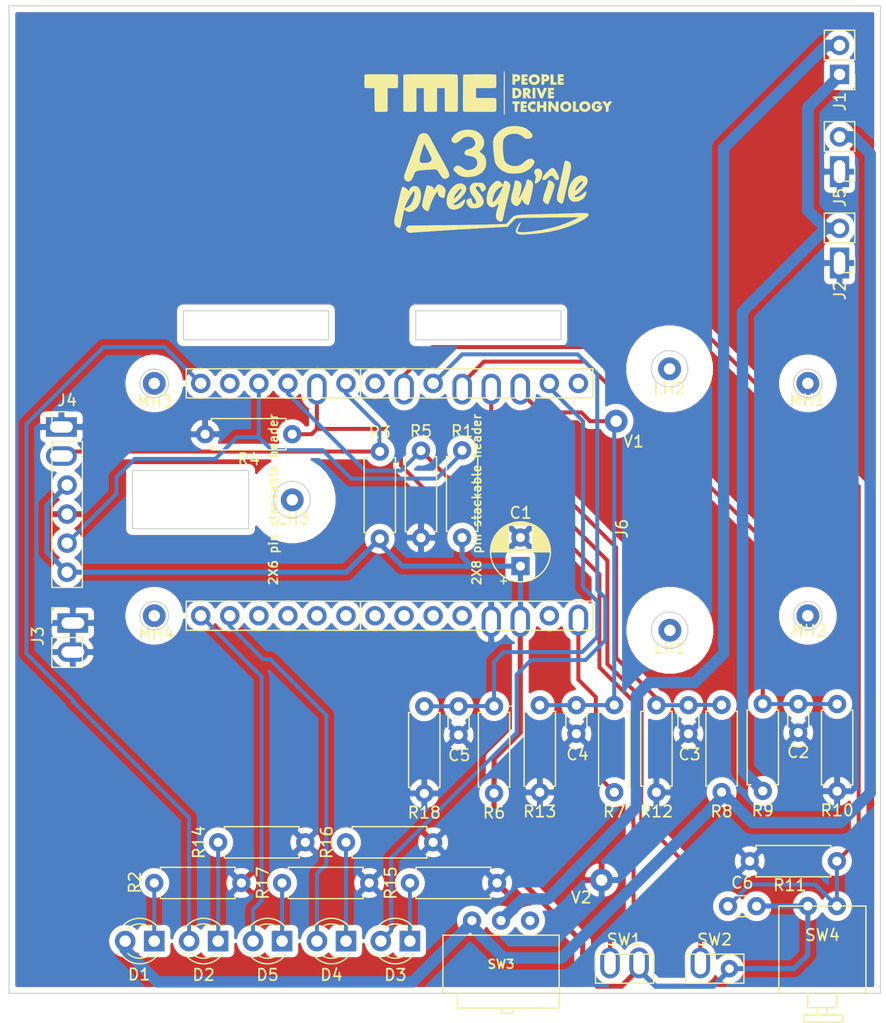
<source format=kicad_pcb>
(kicad_pcb (version 20171130) (host pcbnew 5.1.5-52549c5~86~ubuntu18.04.1)
  (title_block (title "routage e-p-wifi-shield") (date 2019-11-26) (rev 1.0) (company "A3C et TMC") (comment 1 "1ère version du shield, prototype 3") (comment 2 https://github.com/AIREL46/SCAO/tree/master/kicad/e-p-wifi-shield))
  (layers (0 F.Cu signal) (31 B.Cu signal) (34 B.Paste user) (35 F.Paste user) (36 B.SilkS user) (37 F.SilkS user) (38 B.Mask user) (39 F.Mask user) (44 Edge.Cuts user))
  (net 0 "")
  (net 1 +3V3)
  (net 2 GND)
  (net 3 "Net-(C2-Pad1)")
  (net 4 "Net-(C3-Pad1)")
  (net 5 "Net-(C4-Pad1)")
  (net 6 "Net-(C5-Pad1)")
  (net 7 "Net-(D1-Pad2)")
  (net 8 "Net-(D1-Pad1)")
  (net 9 "Net-(D2-Pad1)")
  (net 10 "Net-(D2-Pad2)")
  (net 11 "Net-(D3-Pad2)")
  (net 12 "Net-(D3-Pad1)")
  (net 13 "Net-(D4-Pad1)")
  (net 14 "Net-(D4-Pad2)")
  (net 15 "Net-(D5-Pad1)")
  (net 16 "Net-(D5-Pad2)")
  (net 17 "Net-(J1-Pad1)")
  (net 18 "Net-(J1-Pad2)")
  (net 19 "Net-(J4-Pad2)")
  (net 20 "Net-(J4-Pad5)")
  (net 21 "Net-(J6-PadAREF)")
  (net 22 "Net-(J6-PadVIN)")
  (net 23 "Net-(J6-PadRESET)")
  (net 24 "Net-(J6-PadTX)")
  (net 25 "Net-(J6-PadRX)")
  (net 26 "Net-(J6-PadSCL)")
  (net 27 "Net-(J6-PadA6)")
  (net 28 "Net-(J6-PadSDA)")
  (net 29 "Net-(J6-PadMISO)")
  (net 30 "Net-(J6-PadD1)")
  (net 31 "Net-(J6-PadSCK)")
  (net 32 "Net-(J6-PadD2)")
  (net 33 "Net-(J6-PadMOSI)")
  (net 34 "Net-(J6-PadD4)")
  (net 35 "Net-(J6-Pad+5V)")
  (net 36 "Net-(SW3-Pad1)")
  (net 37 "Net-(C6-Pad1)")
  (module e-p-wifi-v2:Via-DIY (layer F.Cu) (at 75.565 80.01)
    (fp_text reference LH1 (at 0 1.5494) (layer F.SilkS))
    (fp_text value Via-DIY)
    (pad 1 thru_hole oval (at 0 0) (size 2 2) (drill 1) (layers *.Cu *.Mask))
  )
  (module e-p-wifi-v2:Via-DIY (layer F.Cu) (at 75.5396 57.15)
    (fp_text reference LH2 (at -0.0254 1.7018) (layer F.SilkS))
    (fp_text value Via-DIY)
    (pad 1 thru_hole oval (at 0 0) (size 2 2) (drill 1) (layers *.Cu *.Mask))
  )
  (module e-p-wifi-v2:Via-DIY (layer F.Cu) (at 42.545 68.6054)
    (fp_text reference LH3 (at 0.127 1.651) (layer F.SilkS))
    (fp_text value Via-DIY)
    (pad 1 thru_hole oval (at 0 0) (size 2 2) (drill 1) (layers *.Cu *.Mask))
  )
  (module e-p-wifi-v2:Via-DIY (layer F.Cu) (at 30.48 58.42)
    (fp_text reference MH3 (at 0.0508 1.5748) (layer F.SilkS))
    (fp_text value Via-DIY)
    (pad 1 thru_hole oval (at 0 0) (size 2 2) (drill 1) (layers *.Cu *.Mask))
  )
  (module e-p-wifi-v2:Via-DIY (layer F.Cu) (at 30.48 78.74)
    (fp_text reference MH4 (at 0.1778 1.5494) (layer F.SilkS))
    (fp_text value Via-DIY)
    (pad 1 thru_hole oval (at 0 0) (size 2 2) (drill 1) (layers *.Cu *.Mask))
  )
  (module e-p-wifi-v2:Via-DIY (layer F.Cu) (at 87.63 78.74)
    (fp_text reference MH2 (at 0.0762 1.3208) (layer F.SilkS))
    (fp_text value Via-DIY)
    (pad 1 thru_hole oval (at 0 0) (size 2 2) (drill 1) (layers *.Cu *.Mask))
  )
  (module e-p-wifi-v2:Via-DIY (layer F.Cu) (at 87.63 58.42)
    (fp_text reference MH1 (at -0.0508 1.4478) (layer F.SilkS))
    (fp_text value Via-DIY)
    (pad 1 thru_hole oval (at 0 0) (size 2 2) (drill 1) (layers *.Cu *.Mask))
  )
  (module Connector_PinHeader_2.54mm:PinHeader_1x02_P2.54mm_Vertical (layer F.Cu) (at 22.86 79.375)
    (fp_text reference J3 (at -2.56 1.14 -90) (layer F.SilkS))
    (fp_text value "Masse T1")
    (pad 2 thru_hole oval (at 0.5 2.54) (size 2.7 1.7) (drill oval 2 1) (layers *.Cu *.Mask) (net 2 GND))
    (pad 1 thru_hole rect (at 0.5 0) (size 2.7 1.7) (drill oval 2 1) (layers *.Cu *.Mask) (net 2 GND))
  )
  (module Connector_PinHeader_2.54mm:PinHeader_1x02_P2.54mm_Vertical (layer F.Cu) (at 90.4 47.4 180)
    (fp_text reference J2 (at -0.024 -2.892 90) (layer F.SilkS))
    (fp_text value Vbat1)
    (pad 1 thru_hole rect (at 0 -0.5 180) (size 1.7 2.7) (drill oval 1 2) (layers *.Cu *.Mask) (net 2 GND))
    (pad 2 thru_hole oval (at 0 2.54 180) (size 1.7 1.7) (drill 1) (layers *.Cu *.Mask) (net 17 "Net-(J1-Pad1)"))
  )
  (module Connector_PinHeader_2.54mm:PinHeader_1x02_P2.54mm_Vertical (layer F.Cu) (at 90.4 39.4 180)
    (fp_text reference J5 (at -0.024 -2.764 90) (layer F.SilkS))
    (fp_text value Vbat2)
    (pad 2 thru_hole oval (at 0 2.54 180) (size 1.7 1.7) (drill 1) (layers *.Cu *.Mask) (net 7 "Net-(D1-Pad2)"))
    (pad 1 thru_hole rect (at 0 -0.5 180) (size 1.7 2.7) (drill oval 1 2) (layers *.Cu *.Mask) (net 2 GND))
  )
  (module e-p-wifi-v2:PinHeader_1x06_P2.54mm_Vertical_J4 (layer F.Cu) (at 22.86 62.23)
    (fp_text reference J4 (at 0 -2.33) (layer F.SilkS))
    (fp_text value Température)
    (pad 1 thru_hole rect (at -0.5 0) (size 2.7 1.7) (drill oval 2 1) (layers *.Cu *.Mask) (net 2 GND))
    (pad 2 thru_hole oval (at -0.5 2.54) (size 2.7 1.7) (drill oval 2 1) (layers *.Cu *.Mask) (net 19 "Net-(J4-Pad2)"))
    (pad 3 thru_hole oval (at 0 5.08) (size 1.7 1.7) (drill 1) (layers *.Cu *.Mask) (net 1 +3V3))
    (pad 4 thru_hole oval (at 0 7.62) (size 1.7 1.7) (drill 1) (layers *.Cu *.Mask) (net 2 GND))
    (pad 5 thru_hole oval (at 0 10.16) (size 1.7 1.7) (drill 1) (layers *.Cu *.Mask) (net 20 "Net-(J4-Pad5)"))
    (pad 6 thru_hole oval (at 0 12.7) (size 1.7 1.7) (drill 1) (layers *.Cu *.Mask) (net 1 +3V3))
  )
  (module e-p-wifi-v2:PinSocket_2x14_MKR1010_ov (layer F.Cu) (at 51.055 68.58 270)
    (fp_text reference J6 (at 2.54 -20.32 90) (layer F.SilkS))
    (fp_text value Conn_02x14_MKR1010)
    (fp_text user "2X6 pin stackable header" (at 0 10.16 90) (layer F.SilkS) (effects (font (size 0.762 0.762))))
    (fp_text user "2X8 pin stackable header" (at 0 -7.62 90) (layer F.SilkS) (effects (font (size 0.762 0.762))))
    (pad +5V thru_hole oval (at 10.541 -16.51 270) (size 2.7 1.7) (drill oval 2 1) (layers *.Cu *.Mask) (net 35 "Net-(J6-Pad+5V)"))
    (pad D5 thru_hole oval (at -10.16 16.51 270) (size 1.7 1.7) (drill 1) (layers *.Cu *.Mask) (net 10 "Net-(D2-Pad2)"))
    (pad D6 thru_hole oval (at 10.16 16.51 270) (size 1.7 1.7) (drill 1) (layers *.Cu *.Mask) (net 16 "Net-(D5-Pad2)"))
    (pad D4 thru_hole oval (at -10.16 13.97 270) (size 1.7 1.7) (drill 1) (layers *.Cu *.Mask) (net 34 "Net-(J6-PadD4)"))
    (pad D7 thru_hole oval (at 10.16 13.97 270) (size 1.7 1.7) (drill 1) (layers *.Cu *.Mask) (net 14 "Net-(D4-Pad2)"))
    (pad D3 thru_hole oval (at -10.16 11.43 270) (size 1.7 1.7) (drill 1) (layers *.Cu *.Mask) (net 20 "Net-(J4-Pad5)"))
    (pad MOSI thru_hole oval (at 10.16 11.43 270) (size 1.7 1.7) (drill 1) (layers *.Cu *.Mask) (net 33 "Net-(J6-PadMOSI)"))
    (pad D2 thru_hole oval (at -10.16 8.89 270) (size 1.7 1.7) (drill 1) (layers *.Cu *.Mask) (net 32 "Net-(J6-PadD2)"))
    (pad SCK thru_hole oval (at 10.16 8.89 270) (size 1.7 1.7) (drill 1) (layers *.Cu *.Mask) (net 31 "Net-(J6-PadSCK)"))
    (pad D1 thru_hole oval (at -9.66 6.35 270) (size 2.7 1.7) (drill oval 2 1) (layers *.Cu *.Mask) (net 30 "Net-(J6-PadD1)"))
    (pad MISO thru_hole oval (at 10.16 6.35 270) (size 1.7 1.7) (drill 1) (layers *.Cu *.Mask) (net 29 "Net-(J6-PadMISO)"))
    (pad D0 thru_hole oval (at -10.16 3.81 270) (size 1.7 1.7) (drill 1) (layers *.Cu *.Mask) (net 19 "Net-(J4-Pad2)"))
    (pad SDA thru_hole oval (at 10.16 3.81 270) (size 1.7 1.7) (drill 1) (layers *.Cu *.Mask) (net 28 "Net-(J6-PadSDA)"))
    (pad A6 thru_hole oval (at -10.16 1.27 270) (size 1.7 1.7) (drill 1) (layers *.Cu *.Mask) (net 27 "Net-(J6-PadA6)"))
    (pad SCL thru_hole oval (at 10.16 1.27 270) (size 1.7 1.7) (drill 1) (layers *.Cu *.Mask) (net 26 "Net-(J6-PadSCL)"))
    (pad A5 thru_hole oval (at -9.66 -1.27 270) (size 2.7 1.7) (drill oval 2 1) (layers *.Cu *.Mask) (net 37 "Net-(C6-Pad1)"))
    (pad RX thru_hole oval (at 10.16 -1.27 270) (size 1.7 1.7) (drill 1) (layers *.Cu *.Mask) (net 25 "Net-(J6-PadRX)"))
    (pad A4 thru_hole oval (at -10.16 -3.81 270) (size 1.7 1.7) (drill 1) (layers *.Cu *.Mask) (net 11 "Net-(D3-Pad2)"))
    (pad TX thru_hole oval (at 10.16 -3.81 270) (size 1.7 1.7) (drill 1) (layers *.Cu *.Mask) (net 24 "Net-(J6-PadTX)"))
    (pad A3 thru_hole oval (at -9.66 -6.35 270) (size 2.7 1.7) (drill oval 2 1) (layers *.Cu *.Mask) (net 3 "Net-(C2-Pad1)"))
    (pad RESET thru_hole oval (at 10.16 -6.35 270) (size 1.7 1.7) (drill 1) (layers *.Cu *.Mask) (net 23 "Net-(J6-PadRESET)"))
    (pad A2 thru_hole oval (at -9.66 -8.89 270) (size 2.7 1.7) (drill oval 2 1) (layers *.Cu *.Mask) (net 4 "Net-(C3-Pad1)"))
    (pad GND thru_hole oval (at 10.66 -8.89 270) (size 2.7 1.7) (drill oval 2 1) (layers *.Cu *.Mask) (net 2 GND))
    (pad A1 thru_hole oval (at -9.66 -11.43 270) (size 2.7 1.7) (drill oval 2 1) (layers *.Cu *.Mask) (net 5 "Net-(C4-Pad1)"))
    (pad +3V3 thru_hole oval (at 10.66 -11.43 270) (size 2.7 1.7) (drill oval 2 1) (layers *.Cu *.Mask) (net 1 +3V3))
    (pad A0 thru_hole oval (at -10.16 -13.97 270) (size 1.7 1.7) (drill oval 1) (layers *.Cu *.Mask) (net 6 "Net-(C5-Pad1)"))
    (pad VIN thru_hole oval (at 10.16 -13.97 270) (size 1.7 1.7) (drill 1) (layers *.Cu *.Mask) (net 22 "Net-(J6-PadVIN)"))
    (pad AREF thru_hole oval (at -10.16 -16.51 270) (size 1.7 1.7) (drill 1) (layers *.Cu *.Mask) (net 21 "Net-(J6-PadAREF)"))
  )
  (module e-p-wifi-v2:jumper-switch-sw1 (layer F.Cu) (at 71.6 109.6 180)
    (fp_text reference SW1 (at 0.0254 2.54) (layer F.SilkS))
    (fp_text value "StSp - Farnell 986-501")
    (pad 2 thru_hole oval (at 1.27 0.5 180) (size 1.7 2.7) (drill oval 1 2) (layers *.Cu *.Mask) (net 30 "Net-(J6-PadD1)"))
    (pad 1 thru_hole oval (at -1.27 0.5 180) (size 1.7 2.7) (drill oval 1 2) (layers *.Cu *.Mask) (net 1 +3V3))
  )
  (module e-p-wifi-v2:Via-DIY (layer F.Cu) (at 69.596 101.854)
    (fp_text reference V2 (at -1.778 1.524) (layer F.SilkS))
    (fp_text value Via-DIY)
    (pad 1 thru_hole oval (at 0 0) (size 2 2) (drill 1) (layers *.Cu *.Mask) (net 2 GND))
  )
  (module LED_THT:LED_D3.0mm (layer F.Cu) (at 47.244 107.188 180)
    (fp_text reference D4 (at 1.27 -2.96) (layer F.SilkS))
    (fp_text value Rouge)
    (pad 1 thru_hole rect (at 0 0 180) (size 1.8 1.8) (drill 1) (layers *.Cu *.Mask) (net 13 "Net-(D4-Pad1)"))
    (pad 2 thru_hole circle (at 2.54 0 180) (size 1.8 1.8) (drill 1) (layers *.Cu *.Mask) (net 14 "Net-(D4-Pad2)"))
  )
  (module LED_THT:LED_D3.0mm (layer F.Cu) (at 36.068 107.188 180)
    (fp_text reference D2 (at 1.27 -2.96) (layer F.SilkS))
    (fp_text value Vert)
    (pad 1 thru_hole rect (at 0 0 180) (size 1.8 1.8) (drill 1) (layers *.Cu *.Mask) (net 9 "Net-(D2-Pad1)"))
    (pad 2 thru_hole circle (at 2.54 0 180) (size 1.8 1.8) (drill 1) (layers *.Cu *.Mask) (net 10 "Net-(D2-Pad2)"))
  )
  (module e-p-wifi-v2:switch (layer F.Cu) (at 60.8 105.4)
    (fp_text reference SW3 (at 0 3.81) (layer F.SilkS) (effects (font (size 0.762 0.762))))
    (fp_text value "Conrad 711771")
    (pad 2 thru_hole circle (at 0 0) (size 1.6 1.6) (drill 0.8) (layers *.Cu *.Mask) (net 18 "Net-(J1-Pad2)"))
    (pad 3 thru_hole circle (at -2.54 0) (size 1.6 1.6) (drill 0.8) (layers *.Cu *.Mask) (net 7 "Net-(D1-Pad2)"))
    (pad 1 thru_hole circle (at 2.54 0) (size 1.6 1.6) (drill 0.8) (layers *.Cu *.Mask) (net 36 "Net-(SW3-Pad1)"))
  )
  (module LED_THT:LED_D3.0mm (layer F.Cu) (at 30.48 107.188 180)
    (fp_text reference D1 (at 1.325 -2.925) (layer F.SilkS))
    (fp_text value vert)
    (pad 2 thru_hole circle (at 2.54 0 180) (size 1.8 1.8) (drill 1) (layers *.Cu *.Mask) (net 7 "Net-(D1-Pad2)"))
    (pad 1 thru_hole rect (at 0 0 180) (size 1.8 1.8) (drill 1) (layers *.Cu *.Mask) (net 8 "Net-(D1-Pad1)"))
  )
  (module Capacitor_THT:C_Disc_D3.0mm_W1.6mm_P2.50mm (layer F.Cu) (at 77.19 86.56 270)
    (fp_text reference C3 (at 4.3 -0.1 180) (layer F.SilkS))
    (fp_text value 0.1mF)
    (pad 2 thru_hole circle (at 2.5 0 270) (size 1.6 1.6) (drill 0.8) (layers *.Cu *.Mask) (net 2 GND))
    (pad 1 thru_hole circle (at 0 0 270) (size 1.6 1.6) (drill 0.8) (layers *.Cu *.Mask) (net 4 "Net-(C3-Pad1)"))
  )
  (module Connector_PinHeader_2.54mm:PinHeader_1x02_P2.54mm_Vertical (layer F.Cu) (at 90.4 31.4 180)
    (fp_text reference J1 (at -0.024 -2.382 270) (layer F.SilkS))
    (fp_text value Shunt)
    (pad 1 thru_hole rect (at 0 0 180) (size 1.7 1.7) (drill 1) (layers *.Cu *.Mask) (net 17 "Net-(J1-Pad1)"))
    (pad 2 thru_hole oval (at 0 2.54 180) (size 1.7 1.7) (drill 1) (layers *.Cu *.Mask) (net 18 "Net-(J1-Pad2)"))
  )
  (module Capacitor_THT:CP_Radial_D5.0mm_P2.50mm (layer F.Cu) (at 62.5 74.4 90)
    (fp_text reference C1 (at 4.66 0.02) (layer F.SilkS))
    (fp_text value 4.7µF)
    (pad 1 thru_hole rect (at 0 0 90) (size 1.6 1.6) (drill 0.8) (layers *.Cu *.Mask) (net 1 +3V3))
    (pad 2 thru_hole circle (at 2.5 0 90) (size 1.6 1.6) (drill 0.8) (layers *.Cu *.Mask) (net 2 GND))
  )
  (module logo:tmc-logo-1200dpi (layer F.Cu) (at 59.69 33.02)
    (fp_text reference G*** hide)
    (fp_text value LOGO hide)
  )
  (module Capacitor_THT:C_Disc_D3.0mm_W1.6mm_P2.50mm (layer F.Cu) (at 86.79 86.46 270)
    (fp_text reference C2 (at 4.2 0 180) (layer F.SilkS))
    (fp_text value 0.1mF)
    (pad 1 thru_hole circle (at 0 0 270) (size 1.6 1.6) (drill 0.8) (layers *.Cu *.Mask) (net 3 "Net-(C2-Pad1)"))
    (pad 2 thru_hole circle (at 2.5 0 270) (size 1.6 1.6) (drill 0.8) (layers *.Cu *.Mask) (net 2 GND))
  )
  (module Capacitor_THT:C_Disc_D3.0mm_W1.6mm_P2.50mm (layer F.Cu) (at 67.39 86.56 270)
    (fp_text reference C4 (at 4.3 -0.1 180) (layer F.SilkS))
    (fp_text value 0.1mF)
    (pad 1 thru_hole circle (at 0 0 270) (size 1.6 1.6) (drill 0.8) (layers *.Cu *.Mask) (net 5 "Net-(C4-Pad1)"))
    (pad 2 thru_hole circle (at 2.5 0 270) (size 1.6 1.6) (drill 0.8) (layers *.Cu *.Mask) (net 2 GND))
  )
  (module LED_THT:LED_D3.0mm (layer F.Cu) (at 41.656 107.188 180)
    (fp_text reference D5 (at 1.27 -2.96) (layer F.SilkS))
    (fp_text value Jaune)
    (pad 1 thru_hole rect (at 0 0 180) (size 1.8 1.8) (drill 1) (layers *.Cu *.Mask) (net 15 "Net-(D5-Pad1)"))
    (pad 2 thru_hole circle (at 2.54 0 180) (size 1.8 1.8) (drill 1) (layers *.Cu *.Mask) (net 16 "Net-(D5-Pad2)"))
  )
  (module Capacitor_THT:C_Disc_D3.0mm_W1.6mm_P2.50mm (layer F.Cu) (at 57.09 86.66 270)
    (fp_text reference C5 (at 4.272 -0.06 180) (layer F.SilkS))
    (fp_text value 0.1mF)
    (pad 2 thru_hole circle (at 2.5 0 270) (size 1.6 1.6) (drill 0.8) (layers *.Cu *.Mask) (net 2 GND))
    (pad 1 thru_hole circle (at 0 0 270) (size 1.6 1.6) (drill 0.8) (layers *.Cu *.Mask) (net 6 "Net-(C5-Pad1)"))
  )
  (module logo:a3c-logo-500dpi (layer F.Cu) (at 59.69 40.64)
    (fp_text reference G*** hide)
    (fp_text value LOGO hide)
  )
  (module LED_THT:LED_D3.0mm (layer F.Cu) (at 52.832 107.188 180)
    (fp_text reference D3 (at 1.27 -2.96) (layer F.SilkS))
    (fp_text value bleu)
    (pad 2 thru_hole circle (at 2.54 0 180) (size 1.8 1.8) (drill 1) (layers *.Cu *.Mask) (net 11 "Net-(D3-Pad2)"))
    (pad 1 thru_hole rect (at 0 0 180) (size 1.8 1.8) (drill 1) (layers *.Cu *.Mask) (net 12 "Net-(D3-Pad1)"))
  )
  (module Resistor_THT:R_Axial_DIN0207_L6.3mm_D2.5mm_P7.62mm_Horizontal (layer F.Cu) (at 50.2 72 90)
    (fp_text reference R3 (at 9.3 0 180) (layer F.SilkS))
    (fp_text value 4.7k)
    (pad 1 thru_hole circle (at 0 0 90) (size 1.6 1.6) (drill 0.8) (layers *.Cu *.Mask) (net 1 +3V3))
    (pad 2 thru_hole oval (at 7.62 0 90) (size 1.6 1.6) (drill 0.8) (layers *.Cu *.Mask) (net 19 "Net-(J4-Pad2)"))
  )
  (module Resistor_THT:R_Axial_DIN0207_L6.3mm_D2.5mm_P7.62mm_Horizontal (layer F.Cu) (at 90.19 86.46 270)
    (fp_text reference R10 (at 9.3 0 180) (layer F.SilkS))
    (fp_text value 4.7k)
    (pad 2 thru_hole oval (at 7.62 0 270) (size 1.6 1.6) (drill 0.8) (layers *.Cu *.Mask) (net 2 GND))
    (pad 1 thru_hole circle (at 0 0 270) (size 1.6 1.6) (drill 0.8) (layers *.Cu *.Mask) (net 3 "Net-(C2-Pad1)"))
  )
  (module Resistor_THT:R_Axial_DIN0207_L6.3mm_D2.5mm_P7.62mm_Horizontal (layer F.Cu) (at 64.19 86.56 270)
    (fp_text reference R13 (at 9.3 0) (layer F.SilkS))
    (fp_text value 4.7k)
    (pad 2 thru_hole oval (at 7.62 0 270) (size 1.6 1.6) (drill 0.8) (layers *.Cu *.Mask) (net 2 GND))
    (pad 1 thru_hole circle (at 0 0 270) (size 1.6 1.6) (drill 0.8) (layers *.Cu *.Mask) (net 5 "Net-(C4-Pad1)"))
  )
  (module Resistor_THT:R_Axial_DIN0207_L6.3mm_D2.5mm_P7.62mm_Horizontal (layer F.Cu) (at 53.8 64.3 270)
    (fp_text reference R5 (at -1.7 0 180) (layer F.SilkS))
    (fp_text value 47k)
    (pad 1 thru_hole circle (at 0 0 270) (size 1.6 1.6) (drill 0.8) (layers *.Cu *.Mask) (net 32 "Net-(J6-PadD2)"))
    (pad 2 thru_hole oval (at 7.62 0 270) (size 1.6 1.6) (drill 0.8) (layers *.Cu *.Mask) (net 2 GND))
  )
  (module Resistor_THT:R_Axial_DIN0207_L6.3mm_D2.5mm_P7.62mm_Horizontal (layer F.Cu) (at 43.688 98.552 180)
    (fp_text reference R14 (at 9.3 0 270) (layer F.SilkS))
    (fp_text value 1K)
    (pad 2 thru_hole oval (at 7.62 0 180) (size 1.6 1.6) (drill 0.8) (layers *.Cu *.Mask) (net 9 "Net-(D2-Pad1)"))
    (pad 1 thru_hole circle (at 0 0 180) (size 1.6 1.6) (drill 0.8) (layers *.Cu *.Mask) (net 2 GND))
  )
  (module Resistor_THT:R_Axial_DIN0207_L6.3mm_D2.5mm_P7.62mm_Horizontal (layer F.Cu) (at 60.19 94.26 90)
    (fp_text reference R6 (at -1.7 0 180) (layer F.SilkS))
    (fp_text value 4.7k)
    (pad 2 thru_hole oval (at 7.62 0 90) (size 1.6 1.6) (drill 0.8) (layers *.Cu *.Mask) (net 6 "Net-(C5-Pad1)"))
    (pad 1 thru_hole circle (at 0 0 90) (size 1.6 1.6) (drill 0.8) (layers *.Cu *.Mask) (net 1 +3V3))
  )
  (module Resistor_THT:R_Axial_DIN0207_L6.3mm_D2.5mm_P7.62mm_Horizontal (layer F.Cu) (at 70.7 94.17 90)
    (fp_text reference R7 (at -1.7 0 180) (layer F.SilkS))
    (fp_text value 4.7k)
    (pad 1 thru_hole circle (at 0 0 90) (size 1.6 1.6) (drill 0.8) (layers *.Cu *.Mask) (net 35 "Net-(J6-Pad+5V)"))
    (pad 2 thru_hole oval (at 7.62 0 90) (size 1.6 1.6) (drill 0.8) (layers *.Cu *.Mask) (net 5 "Net-(C4-Pad1)"))
  )
  (module Resistor_THT:R_Axial_DIN0207_L6.3mm_D2.5mm_P7.62mm_Horizontal (layer F.Cu) (at 60.452 102.108 180)
    (fp_text reference R15 (at 9.3 0 270) (layer F.SilkS))
    (fp_text value 1K)
    (pad 1 thru_hole circle (at 0 0 180) (size 1.6 1.6) (drill 0.8) (layers *.Cu *.Mask) (net 2 GND))
    (pad 2 thru_hole oval (at 7.62 0 180) (size 1.6 1.6) (drill 0.8) (layers *.Cu *.Mask) (net 12 "Net-(D3-Pad1)"))
  )
  (module Resistor_THT:R_Axial_DIN0207_L6.3mm_D2.5mm_P7.62mm_Horizontal (layer F.Cu) (at 74.39 86.56 270)
    (fp_text reference R12 (at 9.3 0 180) (layer F.SilkS))
    (fp_text value 4.7k)
    (pad 1 thru_hole circle (at 0 0 270) (size 1.6 1.6) (drill 0.8) (layers *.Cu *.Mask) (net 4 "Net-(C3-Pad1)"))
    (pad 2 thru_hole oval (at 7.62 0 270) (size 1.6 1.6) (drill 0.8) (layers *.Cu *.Mask) (net 2 GND))
  )
  (module Resistor_THT:R_Axial_DIN0207_L6.3mm_D2.5mm_P7.62mm_Horizontal (layer F.Cu) (at 54.864 98.552 180)
    (fp_text reference R16 (at 9.3 0 270) (layer F.SilkS))
    (fp_text value 1K)
    (pad 2 thru_hole oval (at 7.62 0 180) (size 1.6 1.6) (drill 0.8) (layers *.Cu *.Mask) (net 13 "Net-(D4-Pad1)"))
    (pad 1 thru_hole circle (at 0 0 180) (size 1.6 1.6) (drill 0.8) (layers *.Cu *.Mask) (net 2 GND))
  )
  (module Resistor_THT:R_Axial_DIN0207_L6.3mm_D2.5mm_P7.62mm_Horizontal (layer F.Cu) (at 49.276 102.108 180)
    (fp_text reference R17 (at 9.3 0 270) (layer F.SilkS))
    (fp_text value 1K)
    (pad 1 thru_hole circle (at 0 0 180) (size 1.6 1.6) (drill 0.8) (layers *.Cu *.Mask) (net 2 GND))
    (pad 2 thru_hole oval (at 7.62 0 180) (size 1.6 1.6) (drill 0.8) (layers *.Cu *.Mask) (net 15 "Net-(D5-Pad1)"))
  )
  (module Resistor_THT:R_Axial_DIN0207_L6.3mm_D2.5mm_P7.62mm_Horizontal (layer F.Cu) (at 82.55 100.2)
    (fp_text reference R11 (at 3.5 2.1 180) (layer F.SilkS))
    (fp_text value 47k)
    (pad 2 thru_hole oval (at 7.62 0) (size 1.6 1.6) (drill 0.8) (layers *.Cu *.Mask) (net 37 "Net-(C6-Pad1)"))
    (pad 1 thru_hole circle (at 0 0) (size 1.6 1.6) (drill 0.8) (layers *.Cu *.Mask) (net 2 GND))
  )
  (module Resistor_THT:R_Axial_DIN0207_L6.3mm_D2.5mm_P7.62mm_Horizontal (layer F.Cu) (at 80.09 94.16 90)
    (fp_text reference R8 (at -1.7 0 180) (layer F.SilkS))
    (fp_text value 4.7k)
    (pad 2 thru_hole oval (at 7.62 0 90) (size 1.6 1.6) (drill 0.8) (layers *.Cu *.Mask) (net 4 "Net-(C3-Pad1)"))
    (pad 1 thru_hole circle (at 0 0 90) (size 1.6 1.6) (drill 0.8) (layers *.Cu *.Mask) (net 7 "Net-(D1-Pad2)"))
  )
  (module Resistor_THT:R_Axial_DIN0207_L6.3mm_D2.5mm_P7.62mm_Horizontal (layer F.Cu) (at 57.4 71.9 90)
    (fp_text reference R1 (at 9.3 0 180) (layer F.SilkS))
    (fp_text value 4.7k)
    (pad 1 thru_hole circle (at 0 0 90) (size 1.6 1.6) (drill 0.8) (layers *.Cu *.Mask) (net 1 +3V3))
    (pad 2 thru_hole oval (at 7.62 0 90) (size 1.6 1.6) (drill 0.8) (layers *.Cu *.Mask) (net 20 "Net-(J4-Pad5)"))
  )
  (module Resistor_THT:R_Axial_DIN0207_L6.3mm_D2.5mm_P7.62mm_Horizontal (layer F.Cu) (at 38.1 102.108 180)
    (fp_text reference R2 (at 9.32 0.05 90) (layer F.SilkS))
    (fp_text value 1K)
    (pad 2 thru_hole oval (at 7.62 0 180) (size 1.6 1.6) (drill 0.8) (layers *.Cu *.Mask) (net 8 "Net-(D1-Pad1)"))
    (pad 1 thru_hole circle (at 0 0 180) (size 1.6 1.6) (drill 0.8) (layers *.Cu *.Mask) (net 2 GND))
  )
  (module Resistor_THT:R_Axial_DIN0207_L6.3mm_D2.5mm_P7.62mm_Horizontal (layer F.Cu) (at 42.545 62.865 180)
    (fp_text reference R4 (at 3.8 -2.2) (layer F.SilkS))
    (fp_text value 47k)
    (pad 2 thru_hole oval (at 7.62 0 180) (size 1.6 1.6) (drill 0.8) (layers *.Cu *.Mask) (net 2 GND))
    (pad 1 thru_hole circle (at 0 0 180) (size 1.6 1.6) (drill 0.8) (layers *.Cu *.Mask) (net 30 "Net-(J6-PadD1)"))
  )
  (module Resistor_THT:R_Axial_DIN0207_L6.3mm_D2.5mm_P7.62mm_Horizontal (layer F.Cu) (at 83.69 94.06 90)
    (fp_text reference R9 (at -1.7 0 180) (layer F.SilkS))
    (fp_text value 4.7k)
    (pad 1 thru_hole circle (at 0 0 90) (size 1.6 1.6) (drill 0.8) (layers *.Cu *.Mask) (net 17 "Net-(J1-Pad1)"))
    (pad 2 thru_hole oval (at 7.62 0 90) (size 1.6 1.6) (drill 0.8) (layers *.Cu *.Mask) (net 3 "Net-(C2-Pad1)"))
  )
  (module Resistor_THT:R_Axial_DIN0207_L6.3mm_D2.5mm_P7.62mm_Horizontal (layer F.Cu) (at 54.09 86.66 270)
    (fp_text reference R18 (at 9.3 0 180) (layer F.SilkS))
    (fp_text value 4.7k)
    (pad 1 thru_hole circle (at 0 0 270) (size 1.6 1.6) (drill 0.8) (layers *.Cu *.Mask) (net 6 "Net-(C5-Pad1)"))
    (pad 2 thru_hole oval (at 7.62 0 270) (size 1.6 1.6) (drill 0.8) (layers *.Cu *.Mask) (net 2 GND))
  )
  (module e-p-wifi-v2:BP (layer F.Cu) (at 88.9 104.125)
    (fp_text reference SW4 (at 0 2.54) (layer F.SilkS))
    (fp_text value "BP APEM - Farnell 108-2512")
    (pad 1 thru_hole circle (at -1.27 0) (size 1.6 1.6) (drill 0.8) (layers *.Cu *.Mask) (net 1 +3V3))
    (pad 2 thru_hole circle (at 1.27 0) (size 1.6 1.6) (drill 0.8) (layers *.Cu *.Mask) (net 37 "Net-(C6-Pad1)"))
  )
  (module Capacitor_THT:C_Disc_D3.0mm_W1.6mm_P2.50mm (layer F.Cu) (at 80.645 104.14)
    (fp_text reference C6 (at 1.25 -2.05) (layer F.SilkS))
    (fp_text value 0.1mF)
    (pad 1 thru_hole circle (at 0 0) (size 1.6 1.6) (drill 0.8) (layers *.Cu *.Mask) (net 37 "Net-(C6-Pad1)"))
    (pad 2 thru_hole circle (at 2.5 0) (size 1.6 1.6) (drill 0.8) (layers *.Cu *.Mask) (net 1 +3V3))
  )
  (module e-p-wifi-v2:Via-DIY (layer F.Cu) (at 70.866 61.722)
    (fp_text reference V1 (at 1.524 1.778) (layer F.SilkS))
    (fp_text value Via)
    (pad 1 thru_hole oval (at 0 0) (size 2 2) (drill 1) (layers *.Cu *.Mask) (net 5 "Net-(C4-Pad1)"))
  )
  (module e-p-wifi-v2:jumper-switch-sw2 (layer F.Cu) (at 79.5 109.6 180)
    (fp_text reference SW2 (at 0.0254 2.54) (layer F.SilkS))
    (fp_text value "Sleep - Farnell 986-501")
    (pad 1 thru_hole circle (at -1.27 0 180) (size 1.524 1.524) (drill 0.762) (layers *.Cu *.Mask) (net 1 +3V3))
    (pad 2 thru_hole oval (at 1.27 0.5 180) (size 1.7 2.7) (drill oval 1 2) (layers *.Cu *.Mask) (net 32 "Net-(J6-PadD2)"))
  )
  (gr_circle (center 30.48 78.74) (end 31.73 78.74) (layer Edge.Cuts) (width 0.1))
  (gr_line (start 17.78 25.4) (end 25.4 25.4) (layer Edge.Cuts) (width 0.1))
  (gr_line (start 17.78 111.76) (end 17.78 25.4) (layer Edge.Cuts) (width 0.1))
  (gr_line (start 17.78 111.76) (end 25.4 111.76) (layer Edge.Cuts) (width 0.1))
  (gr_line (start 28.575 66.04) (end 28.575 71.12) (layer Edge.Cuts) (width 0.1))
  (gr_line (start 38.735 66.04) (end 28.575 66.04) (layer Edge.Cuts) (width 0.1))
  (gr_line (start 38.735 71.12) (end 38.735 66.04) (layer Edge.Cuts) (width 0.1))
  (gr_line (start 28.575 71.12) (end 38.735 71.12) (layer Edge.Cuts) (width 0.1))
  (gr_circle (center 42.5196 68.58) (end 44.1196 68.58) (layer Edge.Cuts) (width 0.1))
  (gr_circle (center 30.48 58.42) (end 31.73 58.42) (layer Edge.Cuts) (width 0.1))
  (gr_circle (center 87.63 58.42) (end 88.88 58.42) (layer Edge.Cuts) (width 0.1))
  (gr_circle (center 75.5396 57.15) (end 77.1396 57.15) (layer Edge.Cuts) (width 0.1))
  (gr_circle (center 75.5396 80.01) (end 77.1396 80.01) (layer Edge.Cuts) (width 0.1))
  (gr_circle (center 87.63 78.74) (end 88.88 78.74) (layer Edge.Cuts) (width 0.1))
  (gr_line (start 45.726 52.07) (end 45.726 54.61) (layer Edge.Cuts) (width 0.1))
  (gr_line (start 33.026 52.07) (end 33.026 54.61) (layer Edge.Cuts) (width 0.1))
  (gr_line (start 33.026 52.07) (end 45.726 52.07) (layer Edge.Cuts) (width 0.1))
  (gr_line (start 33.026 54.61) (end 45.726 54.61) (layer Edge.Cuts) (width 0.1))
  (gr_line (start 53.34 54.61) (end 53.34 52.07) (layer Edge.Cuts) (width 0.1))
  (gr_line (start 66.04 52.07) (end 66.04 54.61) (layer Edge.Cuts) (width 0.1))
  (gr_line (start 53.34 52.07) (end 66.04 52.07) (layer Edge.Cuts) (width 0.1))
  (gr_line (start 53.34 54.61) (end 66.04 54.61) (layer Edge.Cuts) (width 0.1))
  (gr_line (start 25.4 111.76) (end 93.98 111.76) (layer Edge.Cuts) (width 0.1))
  (gr_line (start 93.98 25.4) (end 93.98 111.76) (layer Edge.Cuts) (width 0.1))
  (gr_line (start 25.4 25.4) (end 93.98 25.4) (layer Edge.Cuts) (width 0.1))
  (gr_text e-p-wifi-shield (at 59.69 27.94) (layer F.Cu) (effects (font (size 1.5 1.5) (thickness 0.3))))
  (segment (start 87.63 108.3818) (end 87.63 104.125) (width 0.45) (layer B.Cu) (net 1))
  (segment (start 80.77 109.6) (end 86.4118 109.6) (width 0.45) (layer B.Cu) (net 1))
  (segment (start 86.4118 109.6) (end 87.63 108.3818) (width 0.45) (layer B.Cu) (net 1))
  (segment (start 60.17703 94.27297) (end 60.19 94.26) (width 0.45) (layer F.Cu) (net 1))
  (segment (start 62.5 78.725) (end 62.485 78.74) (width 0.45) (layer B.Cu) (net 1))
  (segment (start 62.5 74.4) (end 62.5 78.725) (width 0.45) (layer B.Cu) (net 1))
  (segment (start 57.4 73.56202) (end 57.4 71.9) (width 0.45) (layer B.Cu) (net 1))
  (segment (start 62.5 74.4) (end 58.23798 74.4) (width 0.45) (layer B.Cu) (net 1))
  (segment (start 58.23798 74.4) (end 57.4 73.56202) (width 0.45) (layer B.Cu) (net 1))
  (segment (start 60.2 91.225) (end 62.485 88.94) (width 0.45) (layer F.Cu) (net 1))
  (segment (start 60.2 93.11863) (end 60.2 91.225) (width 0.45) (layer F.Cu) (net 1))
  (segment (start 60.19 94.26) (end 60.19 93.12863) (width 0.45) (layer F.Cu) (net 1))
  (segment (start 60.19 93.12863) (end 60.2 93.11863) (width 0.45) (layer F.Cu) (net 1))
  (segment (start 62.485 88.94) (end 62.485 78.74) (width 0.45) (layer F.Cu) (net 1))
  (segment (start 72.108001 110.361999) (end 72.87 109.6) (width 0.45) (layer F.Cu) (net 1))
  (segment (start 60.19 99.56) (end 67.945 107.315) (width 0.45) (layer F.Cu) (net 1))
  (segment (start 60.19 94.26) (end 60.19 99.56) (width 0.45) (layer F.Cu) (net 1))
  (segment (start 67.945 107.315) (end 67.945 109.860134) (width 0.45) (layer F.Cu) (net 1))
  (segment (start 71.345 111.125) (end 72.108001 110.361999) (width 0.45) (layer F.Cu) (net 1))
  (segment (start 67.945 109.860134) (end 69.209866 111.125) (width 0.45) (layer F.Cu) (net 1))
  (segment (start 69.209866 111.125) (end 71.345 111.125) (width 0.45) (layer F.Cu) (net 1))
  (segment (start 83.16 104.125) (end 83.145 104.14) (width 0.45) (layer B.Cu) (net 1))
  (segment (start 87.63 104.125) (end 83.16 104.125) (width 0.45) (layer B.Cu) (net 1))
  (segment (start 50.2 72.425) (end 50.2 72) (width 0.45) (layer B.Cu) (net 1))
  (segment (start 58.23798 74.4) (end 52.175 74.4) (width 0.45) (layer B.Cu) (net 1))
  (segment (start 52.175 74.4) (end 50.2 72.425) (width 0.45) (layer B.Cu) (net 1))
  (segment (start 74.30499 111.13499) (end 72.87 109.7) (width 0.45) (layer B.Cu) (net 1))
  (segment (start 79.36501 111.13499) (end 74.30499 111.13499) (width 0.45) (layer B.Cu) (net 1))
  (segment (start 72.87 109.7) (end 72.87 109.6) (width 0.45) (layer B.Cu) (net 1))
  (segment (start 80.77 109.6) (end 80.77 109.73) (width 0.45) (layer B.Cu) (net 1))
  (segment (start 80.77 109.73) (end 79.36501 111.13499) (width 0.45) (layer B.Cu) (net 1))
  (segment (start 47.27 74.93) (end 50.2 72) (width 0.45) (layer B.Cu) (net 1))
  (segment (start 41.275 74.93) (end 47.27 74.93) (width 0.45) (layer B.Cu) (net 1))
  (segment (start 41.275 74.93) (end 22.86 74.93) (width 0.45) (layer B.Cu) (net 1))
  (segment (start 40.785 74.93) (end 41.275 74.93) (width 0.45) (layer B.Cu) (net 1))
  (segment (start 22.86 67.31) (end 21.082 69.088) (width 0.45) (layer B.Cu) (net 1))
  (segment (start 22.010001 74.080001) (end 22.86 74.93) (width 0.45) (layer B.Cu) (net 1))
  (segment (start 21.082 73.152) (end 22.010001 74.080001) (width 0.45) (layer B.Cu) (net 1))
  (segment (start 21.082 69.088) (end 21.082 73.152) (width 0.45) (layer B.Cu) (net 1))
  (segment (start 90.19 86.46) (end 86.79 86.46) (width 0.35) (layer B.Cu) (net 3))
  (segment (start 83.71 86.46) (end 83.69 86.44) (width 0.35) (layer B.Cu) (net 3))
  (segment (start 86.79 86.46) (end 83.71 86.46) (width 0.35) (layer B.Cu) (net 3))
  (segment (start 83.69 85.30863) (end 83.69 86.44) (width 0.35) (layer F.Cu) (net 3))
  (segment (start 59.31 56.515) (end 58.254999 57.570001) (width 0.35) (layer F.Cu) (net 3))
  (segment (start 68.137501 56.515) (end 59.31 56.515) (width 0.35) (layer F.Cu) (net 3))
  (segment (start 83.69 86.44) (end 83.69 72.067499) (width 0.35) (layer F.Cu) (net 3))
  (segment (start 58.254999 57.570001) (end 57.405 58.42) (width 0.35) (layer F.Cu) (net 3))
  (segment (start 83.69 72.067499) (end 68.137501 56.515) (width 0.35) (layer F.Cu) (net 3))
  (segment (start 77.21 86.54) (end 77.19 86.56) (width 0.35) (layer B.Cu) (net 4))
  (segment (start 80.09 86.54) (end 77.21 86.54) (width 0.35) (layer B.Cu) (net 4))
  (segment (start 77.19 86.56) (end 74.39 86.56) (width 0.35) (layer B.Cu) (net 4))
  (segment (start 74.39 85.941815) (end 74.39 86.56) (width 0.35) (layer F.Cu) (net 4))
  (segment (start 59.945 63.585) (end 61.765 65.405) (width 0.35) (layer F.Cu) (net 4))
  (segment (start 70.866 82.417815) (end 74.39 85.941815) (width 0.35) (layer F.Cu) (net 4))
  (segment (start 59.945 58.42) (end 59.945 63.585) (width 0.35) (layer F.Cu) (net 4))
  (segment (start 61.765 65.405) (end 63.5 65.405) (width 0.35) (layer F.Cu) (net 4))
  (segment (start 63.5 65.405) (end 70.866 72.771) (width 0.35) (layer F.Cu) (net 4))
  (segment (start 70.866 72.771) (end 70.866 82.417815) (width 0.35) (layer F.Cu) (net 4))
  (segment (start 67.4 86.55) (end 67.39 86.56) (width 0.35) (layer B.Cu) (net 5))
  (segment (start 70.7 86.55) (end 67.4 86.55) (width 0.35) (layer B.Cu) (net 5))
  (segment (start 67.39 86.56) (end 64.19 86.56) (width 0.35) (layer B.Cu) (net 5))
  (segment (start 62.485 59.148541) (end 62.485 58.42) (width 0.35) (layer F.Cu) (net 5))
  (segment (start 67.818 60.96) (end 64.296459 60.96) (width 0.35) (layer F.Cu) (net 5))
  (segment (start 64.296459 60.96) (end 62.485 59.148541) (width 0.35) (layer F.Cu) (net 5))
  (segment (start 57.11 86.64) (end 57.09 86.66) (width 0.35) (layer B.Cu) (net 6))
  (segment (start 60.19 86.64) (end 57.11 86.64) (width 0.35) (layer B.Cu) (net 6))
  (segment (start 57.09 86.66) (end 54.09 86.66) (width 0.35) (layer B.Cu) (net 6))
  (segment (start 68.58 61.722) (end 70.866 61.722) (width 0.35) (layer F.Cu) (net 5))
  (segment (start 67.818 60.96) (end 68.58 61.722) (width 0.35) (layer F.Cu) (net 5))
  (segment (start 70.7 61.888) (end 70.866 61.722) (width 0.35) (layer B.Cu) (net 5))
  (segment (start 70.7 86.55) (end 70.7 61.888) (width 0.35) (layer B.Cu) (net 5))
  (segment (start 67.9704 61.722) (end 65.1684 58.92) (width 0.35) (layer B.Cu) (net 6))
  (segment (start 67.9704 76.2254) (end 67.9704 61.722) (width 0.35) (layer B.Cu) (net 6))
  (segment (start 60.19 82.77) (end 61.045 81.915) (width 0.35) (layer B.Cu) (net 6))
  (segment (start 65.1684 58.92) (end 65.025 58.92) (width 0.35) (layer B.Cu) (net 6))
  (segment (start 60.19 86.64) (end 60.19 82.77) (width 0.35) (layer B.Cu) (net 6))
  (segment (start 61.045 81.915) (end 67.897779 81.915) (width 0.35) (layer B.Cu) (net 6))
  (segment (start 67.897779 81.915) (end 69.215 80.597779) (width 0.35) (layer B.Cu) (net 6))
  (segment (start 69.215 77.47) (end 67.9704 76.2254) (width 0.35) (layer B.Cu) (net 6))
  (segment (start 69.215 80.597779) (end 69.215 77.47) (width 0.35) (layer B.Cu) (net 6))
  (segment (start 58.26 105.57) (end 58.26 105.4) (width 1) (layer B.Cu) (net 7))
  (segment (start 53.07584 110.75416) (end 58.26 105.57) (width 1) (layer B.Cu) (net 7))
  (segment (start 30.74416 110.75416) (end 53.07584 110.75416) (width 1) (layer B.Cu) (net 7))
  (segment (start 27.94 107.188) (end 27.94 107.95) (width 1) (layer B.Cu) (net 7))
  (segment (start 27.94 107.95) (end 30.74416 110.75416) (width 1) (layer B.Cu) (net 7))
  (segment (start 80.09 94.16) (end 80.19 94.16) (width 1) (layer B.Cu) (net 7))
  (segment (start 58.26 105.890685) (end 58.26 105.4) (width 1) (layer B.Cu) (net 7))
  (segment (start 61.034324 108.665009) (end 58.26 105.890685) (width 1) (layer B.Cu) (net 7))
  (segment (start 80.09 94.16) (end 80.09 94.662) (width 1) (layer B.Cu) (net 7))
  (segment (start 66.086991 108.665009) (end 61.034324 108.665009) (width 1) (layer B.Cu) (net 7))
  (segment (start 80.09 94.662) (end 66.086991 108.665009) (width 1) (layer B.Cu) (net 7))
  (segment (start 82.7548 96.8248) (end 80.09 94.16) (width 1) (layer B.Cu) (net 7))
  (segment (start 90.5002 96.8248) (end 82.7548 96.8248) (width 1) (layer B.Cu) (net 7))
  (segment (start 93.07999 94.24501) (end 90.5002 96.8248) (width 1) (layer B.Cu) (net 7))
  (segment (start 93.07999 38.337909) (end 93.07999 94.24501) (width 1) (layer B.Cu) (net 7))
  (segment (start 90.4 36.86) (end 91.602081 36.86) (width 1) (layer B.Cu) (net 7))
  (segment (start 91.602081 36.86) (end 93.07999 38.337909) (width 1) (layer B.Cu) (net 7))
  (segment (start 30.48 105.938) (end 30.48 102.108) (width 0.35) (layer B.Cu) (net 8))
  (segment (start 30.48 107.188) (end 30.48 105.938) (width 0.35) (layer B.Cu) (net 8))
  (segment (start 36.068 105.938) (end 36.068 98.552) (width 0.35) (layer B.Cu) (net 9))
  (segment (start 36.068 107.188) (end 36.068 105.938) (width 0.35) (layer B.Cu) (net 9))
  (segment (start 34.545 58.8) (end 34.545 58.42) (width 0.35) (layer B.Cu) (net 10))
  (segment (start 31.37 55.245) (end 33.695001 57.570001) (width 0.35) (layer B.Cu) (net 10))
  (segment (start 19.304 61.976) (end 26.035 55.245) (width 0.35) (layer B.Cu) (net 10))
  (segment (start 19.304 82.042) (end 19.304 61.976) (width 0.35) (layer B.Cu) (net 10))
  (segment (start 33.695001 57.570001) (end 34.545 58.42) (width 0.35) (layer B.Cu) (net 10))
  (segment (start 33.528 105.915208) (end 33.51784 105.905048) (width 0.35) (layer B.Cu) (net 10))
  (segment (start 33.51784 105.905048) (end 33.51784 96.38284) (width 0.35) (layer B.Cu) (net 10))
  (segment (start 33.528 107.188) (end 33.528 105.915208) (width 0.35) (layer B.Cu) (net 10))
  (segment (start 26.035 55.245) (end 31.37 55.245) (width 0.35) (layer B.Cu) (net 10))
  (segment (start 23.368 86.106) (end 19.304 82.042) (width 0.35) (layer B.Cu) (net 10))
  (segment (start 33.51784 96.38284) (end 23.368 86.233) (width 0.35) (layer B.Cu) (net 10))
  (segment (start 23.368 86.233) (end 23.368 86.106) (width 0.35) (layer B.Cu) (net 10))
  (segment (start 63.434989 82.615011) (end 68.187733 82.615011) (width 0.35) (layer B.Cu) (net 11))
  (segment (start 57.405 55.88) (end 55.714999 57.570001) (width 0.35) (layer B.Cu) (net 11))
  (segment (start 68.187733 82.615011) (end 69.915011 80.887733) (width 0.35) (layer B.Cu) (net 11))
  (segment (start 69.915011 77.180046) (end 69.215 76.480036) (width 0.35) (layer B.Cu) (net 11))
  (segment (start 69.215 76.480036) (end 69.215 57.592499) (width 0.35) (layer B.Cu) (net 11))
  (segment (start 55.714999 57.570001) (end 54.865 58.42) (width 0.35) (layer B.Cu) (net 11))
  (segment (start 62.16499 83.88501) (end 63.434989 82.615011) (width 0.35) (layer B.Cu) (net 11))
  (segment (start 67.502501 55.88) (end 57.405 55.88) (width 0.35) (layer B.Cu) (net 11))
  (segment (start 51.191999 106.288001) (end 51.191999 99.938001) (width 0.35) (layer B.Cu) (net 11))
  (segment (start 50.292 107.188) (end 51.191999 106.288001) (width 0.35) (layer B.Cu) (net 11))
  (segment (start 69.915011 80.887733) (end 69.915011 77.180046) (width 0.35) (layer B.Cu) (net 11))
  (segment (start 51.191999 99.938001) (end 62.16499 88.96501) (width 0.35) (layer B.Cu) (net 11))
  (segment (start 69.215 57.592499) (end 67.502501 55.88) (width 0.35) (layer B.Cu) (net 11))
  (segment (start 62.16499 88.96501) (end 62.16499 83.88501) (width 0.35) (layer B.Cu) (net 11))
  (segment (start 52.832 105.938) (end 52.832 102.108) (width 0.35) (layer B.Cu) (net 12))
  (segment (start 52.832 107.188) (end 52.832 105.938) (width 0.35) (layer B.Cu) (net 12))
  (segment (start 47.244 107.188) (end 47.244 98.552) (width 0.35) (layer B.Cu) (net 13))
  (segment (start 37.085 79.63) (end 37.085 78.74) (width 0.35) (layer B.Cu) (net 14))
  (segment (start 40.64 82.55) (end 40.005 82.55) (width 0.35) (layer B.Cu) (net 14))
  (segment (start 44.704 105.915208) (end 44.70908 105.910128) (width 0.35) (layer B.Cu) (net 14))
  (segment (start 44.704 107.188) (end 44.704 105.915208) (width 0.35) (layer B.Cu) (net 14))
  (segment (start 45.51934 100.46716) (end 45.51934 87.42934) (width 0.35) (layer B.Cu) (net 14))
  (segment (start 40.005 82.55) (end 37.085 79.63) (width 0.35) (layer B.Cu) (net 14))
  (segment (start 45.51934 87.42934) (end 40.64 82.55) (width 0.35) (layer B.Cu) (net 14))
  (segment (start 44.70908 105.910128) (end 44.70908 101.27742) (width 0.35) (layer B.Cu) (net 14))
  (segment (start 44.70908 101.27742) (end 45.51934 100.46716) (width 0.35) (layer B.Cu) (net 14))
  (segment (start 41.656 105.938) (end 41.656 102.108) (width 0.35) (layer B.Cu) (net 15))
  (segment (start 41.656 107.188) (end 41.656 105.938) (width 0.35) (layer B.Cu) (net 15))
  (segment (start 34.54908 78.73592) (end 34.545 78.74) (width 0.35) (layer B.Cu) (net 16))
  (segment (start 35.394999 79.589999) (end 34.545 78.74) (width 0.35) (layer B.Cu) (net 16))
  (segment (start 39.8653 103.66756) (end 39.8653 84.0603) (width 0.35) (layer B.Cu) (net 16))
  (segment (start 39.8653 84.0603) (end 35.394999 79.589999) (width 0.35) (layer B.Cu) (net 16))
  (segment (start 39.116 107.188) (end 39.116 104.41686) (width 0.35) (layer B.Cu) (net 16))
  (segment (start 39.116 104.41686) (end 39.8653 103.66756) (width 0.35) (layer B.Cu) (net 16))
  (segment (start 87.63 34.29) (end 90.4 31.52) (width 1) (layer B.Cu) (net 17))
  (segment (start 87.63 43.292081) (end 87.63 34.29) (width 1) (layer B.Cu) (net 17))
  (segment (start 90.4 31.52) (end 90.4 31.4) (width 1) (layer B.Cu) (net 17))
  (segment (start 89.197919 44.86) (end 87.63 43.292081) (width 1) (layer B.Cu) (net 17))
  (segment (start 90.4 44.86) (end 89.197919 44.86) (width 1) (layer B.Cu) (net 17))
  (segment (start 81.915 92.285) (end 83.69 94.06) (width 1) (layer B.Cu) (net 17))
  (segment (start 89.197919 44.86) (end 81.915 52.142919) (width 1) (layer B.Cu) (net 17))
  (segment (start 81.915 52.142919) (end 81.915 92.285) (width 1) (layer B.Cu) (net 17))
  (segment (start 72.644 85.725) (end 72.644 95.504) (width 1) (layer B.Cu) (net 18))
  (segment (start 89.25 28.86) (end 80.264 37.846) (width 1) (layer B.Cu) (net 18))
  (segment (start 80.264 37.846) (end 80.264 82.042) (width 1) (layer B.Cu) (net 18))
  (segment (start 73.787 84.582) (end 72.644 85.725) (width 1) (layer B.Cu) (net 18))
  (segment (start 90.4 28.86) (end 89.25 28.86) (width 1) (layer B.Cu) (net 18))
  (segment (start 80.264 82.042) (end 77.724 84.582) (width 1) (layer B.Cu) (net 18))
  (segment (start 77.724 84.582) (end 73.787 84.582) (width 1) (layer B.Cu) (net 18))
  (segment (start 62.695 103.505) (end 61.599999 104.600001) (width 1) (layer B.Cu) (net 18))
  (segment (start 61.599999 104.600001) (end 60.8 105.4) (width 1) (layer B.Cu) (net 18))
  (segment (start 72.644 95.504) (end 64.897 103.505) (width 1) (layer B.Cu) (net 18))
  (segment (start 64.897 103.505) (end 62.695 103.505) (width 1) (layer B.Cu) (net 18))
  (segment (start 47.245 59.31) (end 47.245 58.42) (width 0.35) (layer B.Cu) (net 19))
  (segment (start 50.165 62.23) (end 47.245 59.31) (width 0.35) (layer B.Cu) (net 19))
  (segment (start 50.2 64.38) (end 50.165 64.345) (width 0.35) (layer B.Cu) (net 19))
  (segment (start 50.165 64.345) (end 50.165 62.23) (width 0.35) (layer B.Cu) (net 19))
  (segment (start 22.75 64.38) (end 22.36 64.77) (width 0.35) (layer F.Cu) (net 19))
  (segment (start 50.2 64.38) (end 22.75 64.38) (width 0.35) (layer F.Cu) (net 19))
  (segment (start 39.625 63.12) (end 39.625 58.42) (width 0.35) (layer B.Cu) (net 20))
  (segment (start 57.4 64.52) (end 55.17491 66.74509) (width 0.35) (layer B.Cu) (net 20))
  (segment (start 57.4 64.28) (end 57.4 64.52) (width 0.35) (layer B.Cu) (net 20))
  (segment (start 47.69509 66.74509) (end 45.212 64.262) (width 0.35) (layer B.Cu) (net 20))
  (segment (start 55.17491 66.74509) (end 47.69509 66.74509) (width 0.35) (layer B.Cu) (net 20))
  (segment (start 45.212 64.262) (end 40.767 64.262) (width 0.35) (layer B.Cu) (net 20))
  (segment (start 40.767 64.262) (end 39.625 63.12) (width 0.35) (layer B.Cu) (net 20))
  (segment (start 23.709999 71.540001) (end 22.86 72.39) (width 0.35) (layer B.Cu) (net 20))
  (segment (start 37.718 63.12) (end 35.814 65.024) (width 0.35) (layer B.Cu) (net 20))
  (segment (start 39.625 63.12) (end 37.718 63.12) (width 0.35) (layer B.Cu) (net 20))
  (segment (start 35.814 65.024) (end 28.777814 65.024) (width 0.35) (layer B.Cu) (net 20))
  (segment (start 28.777814 65.024) (end 27.178 66.623814) (width 0.35) (layer B.Cu) (net 20))
  (segment (start 27.178 66.623814) (end 27.178 68.072) (width 0.35) (layer B.Cu) (net 20))
  (segment (start 27.178 68.072) (end 23.709999 71.540001) (width 0.35) (layer B.Cu) (net 20))
  (segment (start 90.17 103.04737) (end 90.17 100.2) (width 0.35) (layer B.Cu) (net 37))
  (segment (start 90.17 104.125) (end 90.17 103.04737) (width 0.35) (layer B.Cu) (net 37))
  (segment (start 44.7 58.425) (end 44.705 58.42) (width 0.35) (layer F.Cu) (net 30))
  (segment (start 44.7 62.4) (end 44.7 58.425) (width 0.35) (layer F.Cu) (net 30))
  (segment (start 44.235 62.865) (end 42.545 62.865) (width 0.35) (layer F.Cu) (net 30))
  (segment (start 44.7 62.4) (end 44.235 62.865) (width 0.35) (layer F.Cu) (net 30))
  (segment (start 62.055001 67.770001) (end 69.403989 75.118989) (width 0.35) (layer F.Cu) (net 30))
  (segment (start 44.7 62.4) (end 51.14 62.4) (width 0.35) (layer F.Cu) (net 30))
  (segment (start 52.06 63.32) (end 52.06 65.61) (width 0.35) (layer F.Cu) (net 30))
  (segment (start 69.403989 83.252954) (end 72.364988 86.213952) (width 0.35) (layer F.Cu) (net 30))
  (segment (start 52.06 65.61) (end 54.220001 67.770001) (width 0.35) (layer F.Cu) (net 30))
  (segment (start 54.220001 67.770001) (end 62.055001 67.770001) (width 0.35) (layer F.Cu) (net 30))
  (segment (start 72.364988 93.254045) (end 72.364988 96.849953) (width 0.35) (layer F.Cu) (net 30))
  (segment (start 51.14 62.4) (end 52.06 63.32) (width 0.35) (layer F.Cu) (net 30))
  (segment (start 69.403989 75.118989) (end 69.403989 83.252954) (width 0.35) (layer F.Cu) (net 30))
  (segment (start 72.39 93.229033) (end 72.364988 93.254045) (width 0.35) (layer F.Cu) (net 30))
  (segment (start 70.33 107.216) (end 70.33 109.1) (width 0.35) (layer F.Cu) (net 30))
  (segment (start 72.364988 86.213952) (end 72.364988 87.485955) (width 0.35) (layer F.Cu) (net 30))
  (segment (start 72.364988 87.485955) (end 72.39 87.510967) (width 0.35) (layer F.Cu) (net 30))
  (segment (start 72.39 87.510967) (end 72.39 93.229033) (width 0.35) (layer F.Cu) (net 30))
  (segment (start 72.364988 96.849953) (end 72.39 96.874965) (width 0.35) (layer F.Cu) (net 30))
  (segment (start 72.39 105.156) (end 70.33 107.216) (width 0.35) (layer F.Cu) (net 30))
  (segment (start 72.39 96.874965) (end 72.39 105.156) (width 0.35) (layer F.Cu) (net 30))
  (segment (start 53.8 64.765) (end 53.8 64.3) (width 0.35) (layer F.Cu) (net 32))
  (segment (start 53.8 64.31) (end 53.8 64.3) (width 0.35) (layer B.Cu) (net 32))
  (segment (start 52.06492 66.04508) (end 53.8 64.31) (width 0.35) (layer B.Cu) (net 32))
  (segment (start 48.90008 66.04508) (end 52.06492 66.04508) (width 0.35) (layer B.Cu) (net 32))
  (segment (start 42.165 58.42) (end 42.165 59.31) (width 0.35) (layer B.Cu) (net 32))
  (segment (start 42.165 59.31) (end 48.90008 66.04508) (width 0.35) (layer B.Cu) (net 32))
  (segment (start 73.064999 96.559999) (end 78.23 101.725) (width 0.35) (layer F.Cu) (net 32))
  (segment (start 73.064999 93.543999) (end 73.064999 96.559999) (width 0.35) (layer F.Cu) (net 32))
  (segment (start 73.064999 87.196001) (end 73.090011 87.221013) (width 0.35) (layer F.Cu) (net 32))
  (segment (start 78.23 101.725) (end 78.23 107.4) (width 0.35) (layer F.Cu) (net 32))
  (segment (start 70.104 82.963) (end 73.064999 85.923999) (width 0.35) (layer F.Cu) (net 32))
  (segment (start 53.8 64.3) (end 56.175 66.675) (width 0.35) (layer F.Cu) (net 32))
  (segment (start 62.865 66.675) (end 70.104 73.914) (width 0.35) (layer F.Cu) (net 32))
  (segment (start 73.090011 87.221013) (end 73.090011 93.518987) (width 0.35) (layer F.Cu) (net 32))
  (segment (start 78.23 107.4) (end 78.23 109.1) (width 0.35) (layer F.Cu) (net 32))
  (segment (start 73.064999 85.923999) (end 73.064999 87.196001) (width 0.35) (layer F.Cu) (net 32))
  (segment (start 73.090011 93.518987) (end 73.064999 93.543999) (width 0.35) (layer F.Cu) (net 32))
  (segment (start 70.104 73.914) (end 70.104 82.963) (width 0.35) (layer F.Cu) (net 32))
  (segment (start 56.175 66.675) (end 62.865 66.675) (width 0.35) (layer F.Cu) (net 32))
  (segment (start 67.56 78.745) (end 67.565 78.74) (width 0.35) (layer F.Cu) (net 35))
  (segment (start 67.565 80.821) (end 67.565 79.121) (width 0.35) (layer F.Cu) (net 35))
  (segment (start 67.565 84.329) (end 67.565 80.821) (width 0.35) (layer F.Cu) (net 35))
  (segment (start 69.088 85.852) (end 67.565 84.329) (width 0.35) (layer F.Cu) (net 35))
  (segment (start 70.7 94.17) (end 69.088 92.558) (width 0.35) (layer F.Cu) (net 35))
  (segment (start 69.088 92.558) (end 69.088 85.852) (width 0.35) (layer F.Cu) (net 35))
  (segment (start 81.444999 103.340001) (end 80.645 104.14) (width 0.35) (layer B.Cu) (net 37))
  (segment (start 82.55 102.235) (end 81.444999 103.340001) (width 0.35) (layer B.Cu) (net 37))
  (segment (start 90.17 104.125) (end 88.28 102.235) (width 0.35) (layer B.Cu) (net 37))
  (segment (start 88.28 102.235) (end 82.55 102.235) (width 0.35) (layer B.Cu) (net 37))
  (segment (start 92.075 98.295) (end 90.17 100.2) (width 0.35) (layer F.Cu) (net 37))
  (segment (start 92.075 67.437) (end 92.075 98.295) (width 0.35) (layer F.Cu) (net 37))
  (segment (start 52.325 57.7205) (end 54.8005 55.245) (width 0.35) (layer F.Cu) (net 37))
  (segment (start 77.47 52.832) (end 92.075 67.437) (width 0.35) (layer F.Cu) (net 37))
  (segment (start 52.325 58.42) (end 52.325 57.7205) (width 0.35) (layer F.Cu) (net 37))
  (segment (start 54.8005 55.245) (end 69.977 55.245) (width 0.35) (layer F.Cu) (net 37))
  (segment (start 69.977 55.245) (end 72.39 52.832) (width 0.35) (layer F.Cu) (net 37))
  (segment (start 72.39 52.832) (end 77.47 52.832) (width 0.35) (layer F.Cu) (net 37))
  (zone (net 2) (net_name GND) (layer B.Cu) (connect_pads (clearance 0.508)) (min_thickness 0.254) (fill yes (arc_segments 32) (thermal_gap 0.508) (thermal_bridge_width 0.508))
    (polygon (pts (xy 94.2086 25.0698) (xy 94.4626 112.2426) (xy 16.9926 112.0902) (xy 17.3482 24.892)))
  )
  (zone (net 2) (net_name GND) (layer F.Cu) (connect_pads (clearance 0.508)) (min_thickness 0.254) (fill yes (arc_segments 32) (thermal_gap 0.508) (thermal_bridge_width 0.508))
    (polygon (pts (xy 94.4372 114.2492) (xy 17.2212 114.3508) (xy 17.4752 25.019) (xy 94.1832 24.9428)))
  )
)
</source>
